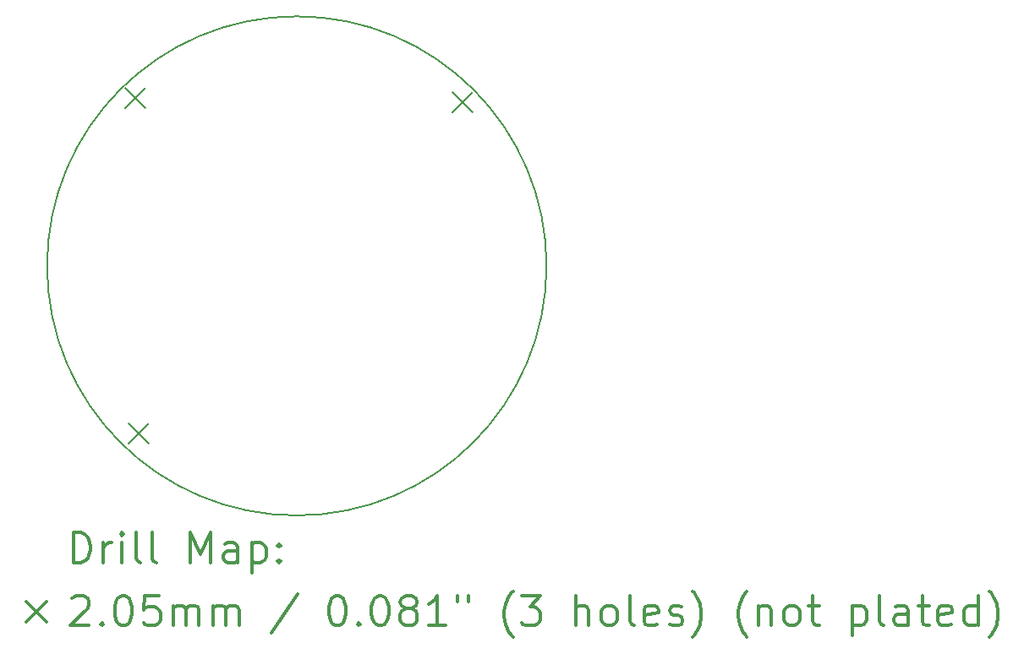
<source format=gbr>
%FSLAX45Y45*%
G04 Gerber Fmt 4.5, Leading zero omitted, Abs format (unit mm)*
G04 Created by KiCad (PCBNEW 4.0.5) date 01/04/17 16:27:09*
%MOMM*%
%LPD*%
G01*
G04 APERTURE LIST*
%ADD10C,0.127000*%
%ADD11C,0.150000*%
%ADD12C,0.200000*%
%ADD13C,0.300000*%
G04 APERTURE END LIST*
D10*
D11*
X23900450Y-11300000D02*
G75*
G03X23900450Y-11300000I-2500450J0D01*
G01*
D12*
X19677600Y-9517600D02*
X19882400Y-9722400D01*
X19882400Y-9517600D02*
X19677600Y-9722400D01*
X19717600Y-12877600D02*
X19922400Y-13082400D01*
X19922400Y-12877600D02*
X19717600Y-13082400D01*
X22957600Y-9557600D02*
X23162400Y-9762400D01*
X23162400Y-9557600D02*
X22957600Y-9762400D01*
D13*
X19163479Y-14273664D02*
X19163479Y-13973664D01*
X19234907Y-13973664D01*
X19277764Y-13987950D01*
X19306336Y-14016521D01*
X19320621Y-14045093D01*
X19334907Y-14102236D01*
X19334907Y-14145093D01*
X19320621Y-14202236D01*
X19306336Y-14230807D01*
X19277764Y-14259379D01*
X19234907Y-14273664D01*
X19163479Y-14273664D01*
X19463479Y-14273664D02*
X19463479Y-14073664D01*
X19463479Y-14130807D02*
X19477764Y-14102236D01*
X19492050Y-14087950D01*
X19520621Y-14073664D01*
X19549193Y-14073664D01*
X19649193Y-14273664D02*
X19649193Y-14073664D01*
X19649193Y-13973664D02*
X19634907Y-13987950D01*
X19649193Y-14002236D01*
X19663479Y-13987950D01*
X19649193Y-13973664D01*
X19649193Y-14002236D01*
X19834907Y-14273664D02*
X19806336Y-14259379D01*
X19792050Y-14230807D01*
X19792050Y-13973664D01*
X19992050Y-14273664D02*
X19963479Y-14259379D01*
X19949193Y-14230807D01*
X19949193Y-13973664D01*
X20334907Y-14273664D02*
X20334907Y-13973664D01*
X20434907Y-14187950D01*
X20534907Y-13973664D01*
X20534907Y-14273664D01*
X20806336Y-14273664D02*
X20806336Y-14116521D01*
X20792050Y-14087950D01*
X20763479Y-14073664D01*
X20706336Y-14073664D01*
X20677764Y-14087950D01*
X20806336Y-14259379D02*
X20777764Y-14273664D01*
X20706336Y-14273664D01*
X20677764Y-14259379D01*
X20663479Y-14230807D01*
X20663479Y-14202236D01*
X20677764Y-14173664D01*
X20706336Y-14159379D01*
X20777764Y-14159379D01*
X20806336Y-14145093D01*
X20949193Y-14073664D02*
X20949193Y-14373664D01*
X20949193Y-14087950D02*
X20977764Y-14073664D01*
X21034907Y-14073664D01*
X21063479Y-14087950D01*
X21077764Y-14102236D01*
X21092050Y-14130807D01*
X21092050Y-14216521D01*
X21077764Y-14245093D01*
X21063479Y-14259379D01*
X21034907Y-14273664D01*
X20977764Y-14273664D01*
X20949193Y-14259379D01*
X21220621Y-14245093D02*
X21234907Y-14259379D01*
X21220621Y-14273664D01*
X21206336Y-14259379D01*
X21220621Y-14245093D01*
X21220621Y-14273664D01*
X21220621Y-14087950D02*
X21234907Y-14102236D01*
X21220621Y-14116521D01*
X21206336Y-14102236D01*
X21220621Y-14087950D01*
X21220621Y-14116521D01*
X18687250Y-14665550D02*
X18892050Y-14870350D01*
X18892050Y-14665550D02*
X18687250Y-14870350D01*
X19149193Y-14632236D02*
X19163479Y-14617950D01*
X19192050Y-14603664D01*
X19263479Y-14603664D01*
X19292050Y-14617950D01*
X19306336Y-14632236D01*
X19320621Y-14660807D01*
X19320621Y-14689379D01*
X19306336Y-14732236D01*
X19134907Y-14903664D01*
X19320621Y-14903664D01*
X19449193Y-14875093D02*
X19463479Y-14889379D01*
X19449193Y-14903664D01*
X19434907Y-14889379D01*
X19449193Y-14875093D01*
X19449193Y-14903664D01*
X19649193Y-14603664D02*
X19677764Y-14603664D01*
X19706336Y-14617950D01*
X19720621Y-14632236D01*
X19734907Y-14660807D01*
X19749193Y-14717950D01*
X19749193Y-14789379D01*
X19734907Y-14846521D01*
X19720621Y-14875093D01*
X19706336Y-14889379D01*
X19677764Y-14903664D01*
X19649193Y-14903664D01*
X19620621Y-14889379D01*
X19606336Y-14875093D01*
X19592050Y-14846521D01*
X19577764Y-14789379D01*
X19577764Y-14717950D01*
X19592050Y-14660807D01*
X19606336Y-14632236D01*
X19620621Y-14617950D01*
X19649193Y-14603664D01*
X20020621Y-14603664D02*
X19877764Y-14603664D01*
X19863479Y-14746521D01*
X19877764Y-14732236D01*
X19906336Y-14717950D01*
X19977764Y-14717950D01*
X20006336Y-14732236D01*
X20020621Y-14746521D01*
X20034907Y-14775093D01*
X20034907Y-14846521D01*
X20020621Y-14875093D01*
X20006336Y-14889379D01*
X19977764Y-14903664D01*
X19906336Y-14903664D01*
X19877764Y-14889379D01*
X19863479Y-14875093D01*
X20163479Y-14903664D02*
X20163479Y-14703664D01*
X20163479Y-14732236D02*
X20177764Y-14717950D01*
X20206336Y-14703664D01*
X20249193Y-14703664D01*
X20277764Y-14717950D01*
X20292050Y-14746521D01*
X20292050Y-14903664D01*
X20292050Y-14746521D02*
X20306336Y-14717950D01*
X20334907Y-14703664D01*
X20377764Y-14703664D01*
X20406336Y-14717950D01*
X20420621Y-14746521D01*
X20420621Y-14903664D01*
X20563479Y-14903664D02*
X20563479Y-14703664D01*
X20563479Y-14732236D02*
X20577764Y-14717950D01*
X20606336Y-14703664D01*
X20649193Y-14703664D01*
X20677764Y-14717950D01*
X20692050Y-14746521D01*
X20692050Y-14903664D01*
X20692050Y-14746521D02*
X20706336Y-14717950D01*
X20734907Y-14703664D01*
X20777764Y-14703664D01*
X20806336Y-14717950D01*
X20820621Y-14746521D01*
X20820621Y-14903664D01*
X21406336Y-14589379D02*
X21149193Y-14975093D01*
X21792050Y-14603664D02*
X21820621Y-14603664D01*
X21849193Y-14617950D01*
X21863478Y-14632236D01*
X21877764Y-14660807D01*
X21892050Y-14717950D01*
X21892050Y-14789379D01*
X21877764Y-14846521D01*
X21863478Y-14875093D01*
X21849193Y-14889379D01*
X21820621Y-14903664D01*
X21792050Y-14903664D01*
X21763478Y-14889379D01*
X21749193Y-14875093D01*
X21734907Y-14846521D01*
X21720621Y-14789379D01*
X21720621Y-14717950D01*
X21734907Y-14660807D01*
X21749193Y-14632236D01*
X21763478Y-14617950D01*
X21792050Y-14603664D01*
X22020621Y-14875093D02*
X22034907Y-14889379D01*
X22020621Y-14903664D01*
X22006336Y-14889379D01*
X22020621Y-14875093D01*
X22020621Y-14903664D01*
X22220621Y-14603664D02*
X22249193Y-14603664D01*
X22277764Y-14617950D01*
X22292050Y-14632236D01*
X22306336Y-14660807D01*
X22320621Y-14717950D01*
X22320621Y-14789379D01*
X22306336Y-14846521D01*
X22292050Y-14875093D01*
X22277764Y-14889379D01*
X22249193Y-14903664D01*
X22220621Y-14903664D01*
X22192050Y-14889379D01*
X22177764Y-14875093D01*
X22163478Y-14846521D01*
X22149193Y-14789379D01*
X22149193Y-14717950D01*
X22163478Y-14660807D01*
X22177764Y-14632236D01*
X22192050Y-14617950D01*
X22220621Y-14603664D01*
X22492050Y-14732236D02*
X22463478Y-14717950D01*
X22449193Y-14703664D01*
X22434907Y-14675093D01*
X22434907Y-14660807D01*
X22449193Y-14632236D01*
X22463478Y-14617950D01*
X22492050Y-14603664D01*
X22549193Y-14603664D01*
X22577764Y-14617950D01*
X22592050Y-14632236D01*
X22606335Y-14660807D01*
X22606335Y-14675093D01*
X22592050Y-14703664D01*
X22577764Y-14717950D01*
X22549193Y-14732236D01*
X22492050Y-14732236D01*
X22463478Y-14746521D01*
X22449193Y-14760807D01*
X22434907Y-14789379D01*
X22434907Y-14846521D01*
X22449193Y-14875093D01*
X22463478Y-14889379D01*
X22492050Y-14903664D01*
X22549193Y-14903664D01*
X22577764Y-14889379D01*
X22592050Y-14875093D01*
X22606335Y-14846521D01*
X22606335Y-14789379D01*
X22592050Y-14760807D01*
X22577764Y-14746521D01*
X22549193Y-14732236D01*
X22892050Y-14903664D02*
X22720621Y-14903664D01*
X22806335Y-14903664D02*
X22806335Y-14603664D01*
X22777764Y-14646521D01*
X22749193Y-14675093D01*
X22720621Y-14689379D01*
X23006336Y-14603664D02*
X23006336Y-14660807D01*
X23120621Y-14603664D02*
X23120621Y-14660807D01*
X23563478Y-15017950D02*
X23549193Y-15003664D01*
X23520621Y-14960807D01*
X23506335Y-14932236D01*
X23492050Y-14889379D01*
X23477764Y-14817950D01*
X23477764Y-14760807D01*
X23492050Y-14689379D01*
X23506335Y-14646521D01*
X23520621Y-14617950D01*
X23549193Y-14575093D01*
X23563478Y-14560807D01*
X23649193Y-14603664D02*
X23834907Y-14603664D01*
X23734907Y-14717950D01*
X23777764Y-14717950D01*
X23806335Y-14732236D01*
X23820621Y-14746521D01*
X23834907Y-14775093D01*
X23834907Y-14846521D01*
X23820621Y-14875093D01*
X23806335Y-14889379D01*
X23777764Y-14903664D01*
X23692050Y-14903664D01*
X23663478Y-14889379D01*
X23649193Y-14875093D01*
X24192050Y-14903664D02*
X24192050Y-14603664D01*
X24320621Y-14903664D02*
X24320621Y-14746521D01*
X24306335Y-14717950D01*
X24277764Y-14703664D01*
X24234907Y-14703664D01*
X24206335Y-14717950D01*
X24192050Y-14732236D01*
X24506335Y-14903664D02*
X24477764Y-14889379D01*
X24463478Y-14875093D01*
X24449193Y-14846521D01*
X24449193Y-14760807D01*
X24463478Y-14732236D01*
X24477764Y-14717950D01*
X24506335Y-14703664D01*
X24549193Y-14703664D01*
X24577764Y-14717950D01*
X24592050Y-14732236D01*
X24606335Y-14760807D01*
X24606335Y-14846521D01*
X24592050Y-14875093D01*
X24577764Y-14889379D01*
X24549193Y-14903664D01*
X24506335Y-14903664D01*
X24777764Y-14903664D02*
X24749193Y-14889379D01*
X24734907Y-14860807D01*
X24734907Y-14603664D01*
X25006336Y-14889379D02*
X24977764Y-14903664D01*
X24920621Y-14903664D01*
X24892050Y-14889379D01*
X24877764Y-14860807D01*
X24877764Y-14746521D01*
X24892050Y-14717950D01*
X24920621Y-14703664D01*
X24977764Y-14703664D01*
X25006336Y-14717950D01*
X25020621Y-14746521D01*
X25020621Y-14775093D01*
X24877764Y-14803664D01*
X25134907Y-14889379D02*
X25163478Y-14903664D01*
X25220621Y-14903664D01*
X25249193Y-14889379D01*
X25263478Y-14860807D01*
X25263478Y-14846521D01*
X25249193Y-14817950D01*
X25220621Y-14803664D01*
X25177764Y-14803664D01*
X25149193Y-14789379D01*
X25134907Y-14760807D01*
X25134907Y-14746521D01*
X25149193Y-14717950D01*
X25177764Y-14703664D01*
X25220621Y-14703664D01*
X25249193Y-14717950D01*
X25363478Y-15017950D02*
X25377764Y-15003664D01*
X25406336Y-14960807D01*
X25420621Y-14932236D01*
X25434907Y-14889379D01*
X25449193Y-14817950D01*
X25449193Y-14760807D01*
X25434907Y-14689379D01*
X25420621Y-14646521D01*
X25406336Y-14617950D01*
X25377764Y-14575093D01*
X25363478Y-14560807D01*
X25906336Y-15017950D02*
X25892050Y-15003664D01*
X25863478Y-14960807D01*
X25849193Y-14932236D01*
X25834907Y-14889379D01*
X25820621Y-14817950D01*
X25820621Y-14760807D01*
X25834907Y-14689379D01*
X25849193Y-14646521D01*
X25863478Y-14617950D01*
X25892050Y-14575093D01*
X25906336Y-14560807D01*
X26020621Y-14703664D02*
X26020621Y-14903664D01*
X26020621Y-14732236D02*
X26034907Y-14717950D01*
X26063478Y-14703664D01*
X26106336Y-14703664D01*
X26134907Y-14717950D01*
X26149193Y-14746521D01*
X26149193Y-14903664D01*
X26334907Y-14903664D02*
X26306336Y-14889379D01*
X26292050Y-14875093D01*
X26277764Y-14846521D01*
X26277764Y-14760807D01*
X26292050Y-14732236D01*
X26306336Y-14717950D01*
X26334907Y-14703664D01*
X26377764Y-14703664D01*
X26406336Y-14717950D01*
X26420621Y-14732236D01*
X26434907Y-14760807D01*
X26434907Y-14846521D01*
X26420621Y-14875093D01*
X26406336Y-14889379D01*
X26377764Y-14903664D01*
X26334907Y-14903664D01*
X26520621Y-14703664D02*
X26634907Y-14703664D01*
X26563478Y-14603664D02*
X26563478Y-14860807D01*
X26577764Y-14889379D01*
X26606336Y-14903664D01*
X26634907Y-14903664D01*
X26963478Y-14703664D02*
X26963478Y-15003664D01*
X26963478Y-14717950D02*
X26992050Y-14703664D01*
X27049193Y-14703664D01*
X27077764Y-14717950D01*
X27092050Y-14732236D01*
X27106336Y-14760807D01*
X27106336Y-14846521D01*
X27092050Y-14875093D01*
X27077764Y-14889379D01*
X27049193Y-14903664D01*
X26992050Y-14903664D01*
X26963478Y-14889379D01*
X27277764Y-14903664D02*
X27249193Y-14889379D01*
X27234907Y-14860807D01*
X27234907Y-14603664D01*
X27520621Y-14903664D02*
X27520621Y-14746521D01*
X27506336Y-14717950D01*
X27477764Y-14703664D01*
X27420621Y-14703664D01*
X27392050Y-14717950D01*
X27520621Y-14889379D02*
X27492050Y-14903664D01*
X27420621Y-14903664D01*
X27392050Y-14889379D01*
X27377764Y-14860807D01*
X27377764Y-14832236D01*
X27392050Y-14803664D01*
X27420621Y-14789379D01*
X27492050Y-14789379D01*
X27520621Y-14775093D01*
X27620621Y-14703664D02*
X27734907Y-14703664D01*
X27663479Y-14603664D02*
X27663479Y-14860807D01*
X27677764Y-14889379D01*
X27706336Y-14903664D01*
X27734907Y-14903664D01*
X27949193Y-14889379D02*
X27920621Y-14903664D01*
X27863479Y-14903664D01*
X27834907Y-14889379D01*
X27820621Y-14860807D01*
X27820621Y-14746521D01*
X27834907Y-14717950D01*
X27863479Y-14703664D01*
X27920621Y-14703664D01*
X27949193Y-14717950D01*
X27963479Y-14746521D01*
X27963479Y-14775093D01*
X27820621Y-14803664D01*
X28220621Y-14903664D02*
X28220621Y-14603664D01*
X28220621Y-14889379D02*
X28192050Y-14903664D01*
X28134907Y-14903664D01*
X28106336Y-14889379D01*
X28092050Y-14875093D01*
X28077764Y-14846521D01*
X28077764Y-14760807D01*
X28092050Y-14732236D01*
X28106336Y-14717950D01*
X28134907Y-14703664D01*
X28192050Y-14703664D01*
X28220621Y-14717950D01*
X28334907Y-15017950D02*
X28349193Y-15003664D01*
X28377764Y-14960807D01*
X28392050Y-14932236D01*
X28406336Y-14889379D01*
X28420621Y-14817950D01*
X28420621Y-14760807D01*
X28406336Y-14689379D01*
X28392050Y-14646521D01*
X28377764Y-14617950D01*
X28349193Y-14575093D01*
X28334907Y-14560807D01*
M02*

</source>
